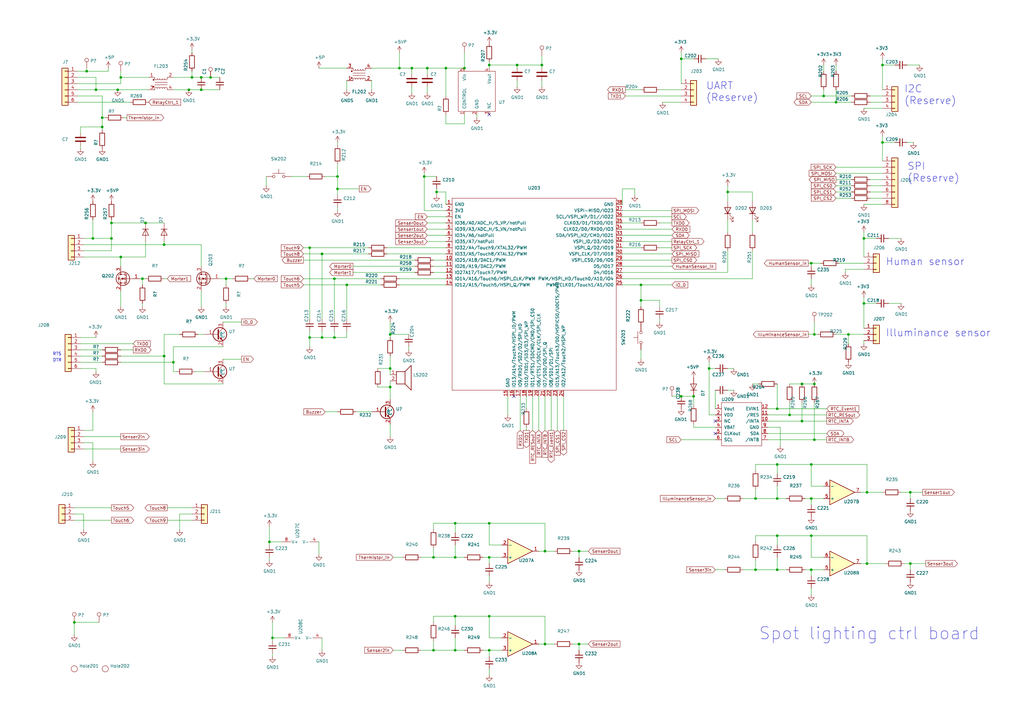
<source format=kicad_sch>
(kicad_sch (version 20211123) (generator eeschema)
  (paper "A3")
  (junction (at 309.88 204.47))
  (junction (at 45.72 91.44))
  (junction (at 190.5 27.94))
  (junction (at 41.91 48.26))
  (junction (at 49.53 105.41))
  (junction (at 186.69 266.7))
  (junction (at 110.49 222.25))
  (junction (at 318.77 204.47))
  (junction (at 182.88 27.94))
  (junction (at 132.08 138.43))
  (junction (at 175.26 27.94))
  (junction (at 49.53 31.75))
  (junction (at 200.66 228.6))
  (junction (at 179.07 78.74))
  (junction (at 355.6 231.14))
  (junction (at 309.88 233.68))
  (junction (at 355.6 201.93))
  (junction (at 332.74 204.47))
  (junction (at 160.02 137.16))
  (junction (at 186.69 228.6))
  (junction (at 35.56 29.21))
  (junction (at 354.33 97.79))
  (junction (at 347.98 137.16))
  (junction (at 127 101.6))
  (junction (at 318.77 233.68))
  (junction (at 38.1 97.79))
  (junction (at 82.55 31.75))
  (junction (at 82.55 36.83))
  (junction (at 361.95 58.42))
  (junction (at 223.52 226.06))
  (junction (at 186.69 252.73))
  (junction (at 361.95 26.67))
  (junction (at 168.91 27.94))
  (junction (at 290.83 151.13))
  (junction (at 334.01 137.16))
  (junction (at 177.8 228.6))
  (junction (at 48.26 36.83))
  (junction (at 41.91 52.07))
  (junction (at 373.38 231.14))
  (junction (at 142.24 116.84))
  (junction (at 237.49 264.16))
  (junction (at 332.74 233.68))
  (junction (at 337.82 39.37))
  (junction (at 58.42 114.3))
  (junction (at 77.47 36.83))
  (junction (at 160.02 158.75))
  (junction (at 279.4 162.56))
  (junction (at 86.36 31.75))
  (junction (at 173.99 72.39))
  (junction (at 67.31 146.05))
  (junction (at 328.93 172.72))
  (junction (at 127 138.43))
  (junction (at 373.38 201.93))
  (junction (at 59.69 91.44))
  (junction (at 177.8 266.7))
  (junction (at 354.33 124.46))
  (junction (at 30.48 255.27))
  (junction (at 318.77 190.5))
  (junction (at 334.01 180.34))
  (junction (at 318.77 167.64))
  (junction (at 262.89 123.19))
  (junction (at 279.4 24.13))
  (junction (at 137.16 138.43))
  (junction (at 39.37 36.83))
  (junction (at 200.66 26.67))
  (junction (at 334.01 157.48))
  (junction (at 200.66 266.7))
  (junction (at 78.74 31.75))
  (junction (at 160.02 151.13))
  (junction (at 342.9 41.91))
  (junction (at 132.08 104.14))
  (junction (at 328.93 157.48))
  (junction (at 332.74 107.95))
  (junction (at 237.49 226.06))
  (junction (at 137.16 114.3))
  (junction (at 318.77 219.71))
  (junction (at 138.43 77.47))
  (junction (at 284.48 162.56))
  (junction (at 186.69 214.63))
  (junction (at 200.66 214.63))
  (junction (at 138.43 72.39))
  (junction (at 332.74 219.71))
  (junction (at 45.72 97.79))
  (junction (at 111.76 261.62))
  (junction (at 67.31 100.33))
  (junction (at 200.66 252.73))
  (junction (at 323.85 170.18))
  (junction (at 223.52 264.16))
  (junction (at 262.89 116.84))
  (junction (at 212.09 26.67))
  (junction (at 222.25 26.67))
  (junction (at 332.74 190.5))
  (junction (at 298.45 78.74))
  (junction (at 163.83 27.94))
  (junction (at 92.71 114.3))
  (junction (at 71.12 148.59))
  (no_connect (at 293.37 177.8))
  (no_connect (at 210.82 162.56))
  (no_connect (at 293.37 172.72))
  (no_connect (at 200.66 46.99))
  (wire (pts (xy 73.66 210.82) (xy 73.66 217.17)))
  (wire (pts (xy 92.71 116.84) (xy 92.71 114.3)))
  (wire (pts (xy 334.01 180.34) (xy 339.09 180.34)))
  (wire (pts (xy 361.95 26.67) (xy 361.95 36.83)))
  (wire (pts (xy 373.38 204.47) (xy 373.38 201.93)))
  (wire (pts (xy 337.82 199.39) (xy 332.74 199.39)))
  (wire (pts (xy 361.95 55.88) (xy 361.95 58.42)))
  (wire (pts (xy 200.66 269.24) (xy 200.66 266.7)))
  (wire (pts (xy 373.38 201.93) (xy 378.46 201.93)))
  (wire (pts (xy 222.25 22.86) (xy 222.25 26.67)))
  (wire (pts (xy 334.01 137.16) (xy 335.28 137.16)))
  (wire (pts (xy 137.16 130.81) (xy 137.16 114.3)))
  (wire (pts (xy 41.91 39.37) (xy 41.91 48.26)))
  (wire (pts (xy 82.55 31.75) (xy 78.74 31.75)))
  (wire (pts (xy 347.98 137.16) (xy 354.33 137.16)))
  (wire (pts (xy 200.66 252.73) (xy 223.52 252.73)))
  (wire (pts (xy 151.13 101.6) (xy 127 101.6)))
  (wire (pts (xy 167.64 143.51) (xy 167.64 142.24)))
  (wire (pts (xy 228.6 176.53) (xy 228.6 162.56)))
  (wire (pts (xy 332.74 116.84) (xy 332.74 114.3)))
  (wire (pts (xy 168.91 27.94) (xy 175.26 27.94)))
  (wire (pts (xy 82.55 36.83) (xy 90.17 36.83)))
  (wire (pts (xy 234.95 264.16) (xy 237.49 264.16)))
  (wire (pts (xy 58.42 114.3) (xy 57.15 114.3)))
  (wire (pts (xy 332.74 109.22) (xy 332.74 107.95)))
  (wire (pts (xy 255.27 91.44) (xy 262.89 91.44)))
  (wire (pts (xy 271.78 41.91) (xy 279.4 41.91)))
  (wire (pts (xy 110.49 223.52) (xy 110.49 222.25)))
  (wire (pts (xy 200.66 261.62) (xy 200.66 252.73)))
  (wire (pts (xy 220.98 162.56) (xy 220.98 176.53)))
  (wire (pts (xy 200.66 276.86) (xy 200.66 274.32)))
  (wire (pts (xy 44.45 27.94) (xy 44.45 29.21)))
  (wire (pts (xy 132.08 130.81) (xy 132.08 104.14)))
  (wire (pts (xy 318.77 233.68) (xy 322.58 233.68)))
  (wire (pts (xy 49.53 105.41) (xy 49.53 109.22)))
  (wire (pts (xy 127 138.43) (xy 127 142.24)))
  (wire (pts (xy 275.59 106.68) (xy 255.27 106.68)))
  (wire (pts (xy 309.88 219.71) (xy 318.77 219.71)))
  (wire (pts (xy 275.59 109.22) (xy 255.27 109.22)))
  (wire (pts (xy 119.38 72.39) (xy 125.73 72.39)))
  (wire (pts (xy 41.91 52.07) (xy 41.91 53.34)))
  (wire (pts (xy 182.88 101.6) (xy 158.75 101.6)))
  (wire (pts (xy 49.53 146.05) (xy 67.31 146.05)))
  (wire (pts (xy 33.02 151.13) (xy 39.37 151.13)))
  (wire (pts (xy 132.08 266.7) (xy 132.08 261.62)))
  (wire (pts (xy 78.74 29.21) (xy 78.74 31.75)))
  (wire (pts (xy 182.88 78.74) (xy 179.07 78.74)))
  (wire (pts (xy 222.25 35.56) (xy 222.25 33.02)))
  (wire (pts (xy 332.74 219.71) (xy 355.6 219.71)))
  (wire (pts (xy 31.75 41.91) (xy 53.34 41.91)))
  (wire (pts (xy 44.45 29.21) (xy 35.56 29.21)))
  (wire (pts (xy 172.72 228.6) (xy 177.8 228.6)))
  (wire (pts (xy 146.05 168.91) (xy 152.4 168.91)))
  (wire (pts (xy 284.48 24.13) (xy 279.4 24.13)))
  (wire (pts (xy 369.57 124.46) (xy 364.49 124.46)))
  (wire (pts (xy 163.83 21.59) (xy 163.83 27.94)))
  (wire (pts (xy 138.43 72.39) (xy 138.43 77.47)))
  (wire (pts (xy 293.37 180.34) (xy 279.4 180.34)))
  (wire (pts (xy 262.89 101.6) (xy 255.27 101.6)))
  (wire (pts (xy 177.8 109.22) (xy 182.88 109.22)))
  (wire (pts (xy 361.95 39.37) (xy 356.87 39.37)))
  (wire (pts (xy 318.77 194.31) (xy 318.77 190.5)))
  (wire (pts (xy 49.53 125.73) (xy 49.53 119.38)))
  (wire (pts (xy 137.16 135.89) (xy 137.16 138.43)))
  (wire (pts (xy 332.74 204.47) (xy 337.82 204.47)))
  (wire (pts (xy 309.88 233.68) (xy 318.77 233.68)))
  (wire (pts (xy 293.37 160.02) (xy 293.37 167.64)))
  (wire (pts (xy 30.48 210.82) (xy 34.29 210.82)))
  (wire (pts (xy 347.98 140.97) (xy 347.98 137.16)))
  (wire (pts (xy 45.72 90.17) (xy 45.72 91.44)))
  (wire (pts (xy 331.47 137.16) (xy 334.01 137.16)))
  (wire (pts (xy 168.91 38.1) (xy 168.91 35.56)))
  (wire (pts (xy 318.77 228.6) (xy 318.77 233.68)))
  (wire (pts (xy 124.46 114.3) (xy 137.16 114.3)))
  (wire (pts (xy 186.69 218.44) (xy 186.69 214.63)))
  (wire (pts (xy 354.33 83.82) (xy 361.95 83.82)))
  (wire (pts (xy 111.76 255.27) (xy 111.76 261.62)))
  (wire (pts (xy 222.25 27.94) (xy 222.25 26.67)))
  (wire (pts (xy 160.02 132.08) (xy 160.02 137.16)))
  (wire (pts (xy 77.47 36.83) (xy 71.12 36.83)))
  (wire (pts (xy 110.49 215.9) (xy 110.49 222.25)))
  (wire (pts (xy 33.02 146.05) (xy 41.91 146.05)))
  (wire (pts (xy 59.69 91.44) (xy 45.72 91.44)))
  (wire (pts (xy 67.31 146.05) (xy 67.31 137.16)))
  (wire (pts (xy 354.33 97.79) (xy 354.33 105.41)))
  (wire (pts (xy 300.99 160.02) (xy 298.45 160.02)))
  (wire (pts (xy 175.26 27.94) (xy 182.88 27.94)))
  (wire (pts (xy 231.14 162.56) (xy 231.14 176.53)))
  (wire (pts (xy 328.93 157.48) (xy 323.85 157.48)))
  (wire (pts (xy 160.02 137.16) (xy 160.02 138.43)))
  (wire (pts (xy 67.31 91.44) (xy 59.69 91.44)))
  (wire (pts (xy 337.82 228.6) (xy 332.74 228.6)))
  (wire (pts (xy 59.69 105.41) (xy 49.53 105.41)))
  (wire (pts (xy 99.06 147.32) (xy 91.44 147.32)))
  (wire (pts (xy 34.29 181.61) (xy 38.1 181.61)))
  (wire (pts (xy 34.29 210.82) (xy 34.29 217.17)))
  (wire (pts (xy 275.59 99.06) (xy 255.27 99.06)))
  (wire (pts (xy 262.89 147.32) (xy 262.89 143.51)))
  (wire (pts (xy 359.41 124.46) (xy 354.33 124.46)))
  (wire (pts (xy 132.08 138.43) (xy 137.16 138.43)))
  (wire (pts (xy 205.74 261.62) (xy 200.66 261.62)))
  (wire (pts (xy 190.5 21.59) (xy 190.5 27.94)))
  (wire (pts (xy 45.72 213.36) (xy 30.48 213.36)))
  (wire (pts (xy 270.51 132.08) (xy 270.51 130.81)))
  (wire (pts (xy 163.83 114.3) (xy 182.88 114.3)))
  (wire (pts (xy 304.8 233.68) (xy 309.88 233.68)))
  (wire (pts (xy 95.25 114.3) (xy 92.71 114.3)))
  (wire (pts (xy 377.19 26.67) (xy 372.11 26.67)))
  (wire (pts (xy 175.26 88.9) (xy 182.88 88.9)))
  (wire (pts (xy 314.96 172.72) (xy 328.93 172.72)))
  (wire (pts (xy 354.33 139.7) (xy 354.33 140.97)))
  (wire (pts (xy 154.94 158.75) (xy 160.02 158.75)))
  (wire (pts (xy 78.74 213.36) (xy 68.58 213.36)))
  (wire (pts (xy 138.43 77.47) (xy 147.32 77.47)))
  (wire (pts (xy 308.61 114.3) (xy 308.61 102.87)))
  (wire (pts (xy 318.77 223.52) (xy 318.77 219.71)))
  (wire (pts (xy 208.28 170.18) (xy 208.28 162.56)))
  (wire (pts (xy 354.33 44.45) (xy 361.95 44.45)))
  (wire (pts (xy 160.02 158.75) (xy 160.02 163.83)))
  (wire (pts (xy 354.33 124.46) (xy 354.33 134.62)))
  (wire (pts (xy 138.43 86.36) (xy 138.43 85.09)))
  (wire (pts (xy 110.49 229.87) (xy 110.49 228.6)))
  (wire (pts (xy 154.94 151.13) (xy 160.02 151.13)))
  (wire (pts (xy 270.51 123.19) (xy 262.89 123.19)))
  (wire (pts (xy 182.88 83.82) (xy 182.88 78.74)))
  (wire (pts (xy 160.02 179.07) (xy 160.02 173.99)))
  (wire (pts (xy 361.95 76.2) (xy 356.87 76.2)))
  (wire (pts (xy 337.82 36.83) (xy 337.82 39.37)))
  (wire (pts (xy 337.82 29.21) (xy 337.82 26.67)))
  (wire (pts (xy 160.02 153.67) (xy 160.02 151.13)))
  (wire (pts (xy 342.9 36.83) (xy 342.9 41.91)))
  (wire (pts (xy 186.69 261.62) (xy 186.69 266.7)))
  (wire (pts (xy 262.89 116.84) (xy 275.59 116.84)))
  (wire (pts (xy 262.89 123.19) (xy 262.89 125.73)))
  (wire (pts (xy 361.95 73.66) (xy 356.87 73.66)))
  (wire (pts (xy 218.44 162.56) (xy 218.44 176.53)))
  (wire (pts (xy 330.2 204.47) (xy 332.74 204.47)))
  (wire (pts (xy 39.37 36.83) (xy 48.26 36.83)))
  (wire (pts (xy 124.46 106.68) (xy 170.18 106.68)))
  (wire (pts (xy 83.82 152.4) (xy 80.01 152.4)))
  (wire (pts (xy 308.61 78.74) (xy 298.45 78.74)))
  (wire (pts (xy 34.29 100.33) (xy 67.31 100.33)))
  (wire (pts (xy 67.31 137.16) (xy 73.66 137.16)))
  (wire (pts (xy 298.45 102.87) (xy 298.45 111.76)))
  (wire (pts (xy 332.74 236.22) (xy 332.74 233.68)))
  (wire (pts (xy 297.18 233.68) (xy 293.37 233.68)))
  (wire (pts (xy 309.88 193.04) (xy 309.88 190.5)))
  (wire (pts (xy 320.04 175.26) (xy 320.04 182.88)))
  (wire (pts (xy 177.8 228.6) (xy 186.69 228.6)))
  (wire (pts (xy 71.12 152.4) (xy 72.39 152.4)))
  (wire (pts (xy 369.57 201.93) (xy 373.38 201.93)))
  (wire (pts (xy 41.91 48.26) (xy 43.18 48.26)))
  (wire (pts (xy 175.26 91.44) (xy 182.88 91.44)))
  (wire (pts (xy 318.77 219.71) (xy 332.74 219.71)))
  (wire (pts (xy 168.91 27.94) (xy 163.83 27.94)))
  (wire (pts (xy 308.61 157.48) (xy 311.15 157.48)))
  (wire (pts (xy 318.77 190.5) (xy 332.74 190.5)))
  (wire (pts (xy 177.8 262.89) (xy 177.8 266.7)))
  (wire (pts (xy 355.6 231.14) (xy 363.22 231.14)))
  (wire (pts (xy 142.24 116.84) (xy 156.21 116.84)))
  (wire (pts (xy 39.37 151.13) (xy 39.37 152.4)))
  (wire (pts (xy 182.88 46.99) (xy 182.88 50.8)))
  (wire (pts (xy 130.81 227.33) (xy 130.81 222.25)))
  (wire (pts (xy 314.96 167.64) (xy 318.77 167.64)))
  (wire (pts (xy 262.89 36.83) (xy 256.54 36.83)))
  (wire (pts (xy 270.51 91.44) (xy 275.59 91.44)))
  (wire (pts (xy 275.59 101.6) (xy 270.51 101.6)))
  (wire (pts (xy 91.44 157.48) (xy 67.31 157.48)))
  (wire (pts (xy 342.9 41.91) (xy 332.74 41.91)))
  (wire (pts (xy 33.02 54.61) (xy 33.02 52.07)))
  (wire (pts (xy 355.6 219.71) (xy 355.6 231.14)))
  (wire (pts (xy 328.93 172.72) (xy 339.09 172.72)))
  (wire (pts (xy 318.77 167.64) (xy 339.09 167.64)))
  (wire (pts (xy 223.52 252.73) (xy 223.52 264.16)))
  (wire (pts (xy 198.12 266.7) (xy 200.66 266.7)))
  (wire (pts (xy 223.52 214.63) (xy 223.52 226.06)))
  (wire (pts (xy 200.66 26.67) (xy 200.66 25.4)))
  (wire (pts (xy 111.76 261.62) (xy 116.84 261.62)))
  (wire (pts (xy 144.78 111.76) (xy 170.18 111.76)))
  (wire (pts (xy 361.95 78.74) (xy 356.87 78.74)))
  (wire (pts (xy 68.58 208.28) (xy 78.74 208.28)))
  (wire (pts (xy 374.65 58.42) (xy 372.11 58.42)))
  (wire (pts (xy 33.02 52.07) (xy 41.91 52.07)))
  (wire (pts (xy 355.6 190.5) (xy 355.6 201.93)))
  (wire (pts (xy 91.44 132.08) (xy 99.06 132.08)))
  (wire (pts (xy 67.31 157.48) (xy 67.31 146.05)))
  (wire (pts (xy 33.02 60.96) (xy 33.02 59.69)))
  (wire (pts (xy 175.26 93.98) (xy 182.88 93.98)))
  (wire (pts (xy 298.45 78.74) (xy 298.45 82.55)))
  (wire (pts (xy 354.33 110.49) (xy 346.71 110.49)))
  (wire (pts (xy 40.64 255.27) (xy 30.48 255.27)))
  (wire (pts (xy 160.02 151.13) (xy 160.02 146.05)))
  (wire (pts (xy 323.85 165.1) (xy 323.85 170.18)))
  (wire (pts (xy 38.1 97.79) (xy 34.29 97.79)))
  (wire (pts (xy 255.27 93.98) (xy 275.59 93.98)))
  (wire (pts (xy 298.45 76.2) (xy 298.45 78.74)))
  (wire (pts (xy 90.17 31.75) (xy 86.36 31.75)))
  (wire (pts (xy 255.27 77.47) (xy 260.35 77.47)))
  (wire (pts (xy 31.75 34.29) (xy 49.53 34.29)))
  (wire (pts (xy 49.53 179.07) (xy 34.29 179.07)))
  (wire (pts (xy 237.49 228.6) (xy 237.49 226.06)))
  (wire (pts (xy 186.69 214.63) (xy 200.66 214.63)))
  (wire (pts (xy 45.72 102.87) (xy 45.72 97.79)))
  (wire (pts (xy 127 135.89) (xy 127 138.43)))
  (wire (pts (xy 318.77 204.47) (xy 322.58 204.47)))
  (wire (pts (xy 354.33 107.95) (xy 344.17 107.95)))
  (wire (pts (xy 137.16 138.43) (xy 142.24 138.43)))
  (wire (pts (xy 82.55 100.33) (xy 82.55 109.22)))
  (wire (pts (xy 237.49 226.06) (xy 241.3 226.06)))
  (wire (pts (xy 361.95 81.28) (xy 356.87 81.28)))
  (wire (pts (xy 78.74 21.59) (xy 78.74 20.32)))
  (wire (pts (xy 77.47 36.83) (xy 82.55 36.83)))
  (wire (pts (xy 31.75 39.37) (xy 41.91 39.37)))
  (wire (pts (xy 367.03 58.42) (xy 361.95 58.42)))
  (wire (pts (xy 71.12 148.59) (xy 71.12 152.4)))
  (wire (pts (xy 212.09 35.56) (xy 212.09 33.02)))
  (wire (pts (xy 200.66 228.6) (xy 205.74 228.6)))
  (wire (pts (xy 349.25 39.37) (xy 337.82 39.37)))
  (wire (pts (xy 50.8 48.26) (xy 52.07 48.26)))
  (wire (pts (xy 195.58 46.99) (xy 195.58 48.26)))
  (wire (pts (xy 38.1 181.61) (xy 38.1 189.23)))
  (wire (pts (xy 226.06 176.53) (xy 226.06 162.56)))
  (wire (pts (xy 111.76 262.89) (xy 111.76 261.62)))
  (wire (pts (xy 49.53 31.75) (xy 49.53 34.29)))
  (wire (pts (xy 339.09 177.8) (xy 314.96 177.8)))
  (wire (pts (xy 92.71 125.73) (xy 92.71 124.46)))
  (wire (pts (xy 334.01 132.08) (xy 334.01 137.16)))
  (wire (pts (xy 186.69 266.7) (xy 190.5 266.7)))
  (wire (pts (xy 38.1 176.53) (xy 38.1 168.91)))
  (wire (pts (xy 177.8 252.73) (xy 186.69 252.73)))
  (wire (pts (xy 34.29 176.53) (xy 38.1 176.53)))
  (wire (pts (xy 177.8 217.17) (xy 177.8 214.63)))
  (wire (pts (xy 71.12 142.24) (xy 71.12 148.59)))
  (wire (pts (xy 186.69 256.54) (xy 186.69 252.73)))
  (wire (pts (xy 361.95 41.91) (xy 356.87 41.91)))
  (wire (pts (xy 173.99 72.39) (xy 173.99 86.36)))
  (wire (pts (xy 33.02 138.43) (xy 39.37 138.43)))
  (wire (pts (xy 212.09 26.67) (xy 222.25 26.67)))
  (wire (pts (xy 200.66 238.76) (xy 200.66 236.22)))
  (wire (pts (xy 190.5 27.94) (xy 182.88 27.94)))
  (wire (pts (xy 309.88 200.66) (xy 309.88 204.47)))
  (wire (pts (xy 82.55 125.73) (xy 82.55 119.38)))
  (wire (pts (xy 177.8 266.7) (xy 186.69 266.7)))
  (wire (pts (xy 213.36 176.53) (xy 213.36 162.56)))
  (wire (pts (xy 223.52 264.16) (xy 220.98 264.16)))
  (wire (pts (xy 355.6 201.93) (xy 361.95 201.93)))
  (wire (pts (xy 330.2 233.68) (xy 332.74 233.68)))
  (wire (pts (xy 175.26 30.48) (xy 175.26 27.94)))
  (wire (pts (xy 279.4 21.59) (xy 279.4 24.13)))
  (wire (pts (xy 255.27 116.84) (xy 262.89 116.84)))
  (wire (pts (xy 284.48 162.56) (xy 284.48 166.37)))
  (wire (pts (xy 167.64 137.16) (xy 160.02 137.16)))
  (wire (pts (xy 262.89 116.84) (xy 262.89 123.19)))
  (wire (pts (xy 337.82 39.37) (xy 332.74 39.37)))
  (wire (pts (xy 309.88 190.5) (xy 318.77 190.5)))
  (wire (pts (xy 132.08 104.14) (xy 124.46 104.14)))
  (wire (pts (xy 33.02 143.51) (xy 41.91 143.51)))
  (wire (pts (xy 223.52 226.06) (xy 220.98 226.06)))
  (wire (pts (xy 160.02 156.21) (xy 160.02 158.75)))
  (wire (pts (xy 132.08 104.14) (xy 151.13 104.14)))
  (wire (pts (xy 308.61 82.55) (xy 308.61 78.74)))
  (wire (pts (xy 41.91 48.26) (xy 41.91 52.07)))
  (wire (pts (xy 284.48 175.26) (xy 293.37 175.26)))
  (wire (pts (xy 309.88 222.25) (xy 309.88 219.71)))
  (wire (pts (xy 215.9 162.56) (xy 215.9 167.64)))
  (wire (pts (xy 279.4 24.13) (xy 279.4 34.29)))
  (wire (pts (xy 179.07 77.47) (xy 179.07 78.74)))
  (wire (pts (xy 275.59 96.52) (xy 255.27 96.52)))
  (wire (pts (xy 49.53 143.51) (xy 54.61 143.51)))
  (wire (pts (xy 152.4 36.83) (xy 152.4 33.02)))
  (wire (pts (xy 275.59 86.36) (xy 255.27 86.36)))
  (wire (pts (xy 355.6 231.14) (xy 353.06 231.14)))
  (wire (pts (xy 144.78 109.22) (xy 170.18 109.22)))
  (wire (pts (xy 284.48 173.99) (xy 284.48 175.26)))
  (wire (pts (xy 182.88 50.8) (xy 190.5 50.8)))
  (wire (pts (xy 290.83 148.59) (xy 290.83 151.13)))
  (wire (pts (xy 45.72 91.44) (xy 45.72 97.79)))
  (wire (pts (xy 177.8 106.68) (xy 182.88 106.68)))
  (wire (pts (xy 212.09 27.94) (xy 212.09 26.67)))
  (wire (pts (xy 168.91 30.48) (xy 168.91 27.94)))
  (wire (pts (xy 137.16 114.3) (xy 156.21 114.3)))
  (wire (pts (xy 279.4 36.83) (xy 270.51 36.83)))
  (wire (pts (xy 370.84 231.14) (xy 373.38 231.14)))
  (wire (pts (xy 275.59 104.14) (xy 255.27 104.14)))
  (wire (pts (xy 309.88 204.47) (xy 318.77 204.47)))
  (wire (pts (xy 332.74 190.5) (xy 355.6 190.5)))
  (wire (pts (xy 142.24 36.83) (xy 142.24 33.02)))
  (wire (pts (xy 177.8 224.79) (xy 177.8 228.6)))
  (wire (pts (xy 34.29 105.41) (xy 49.53 105.41)))
  (wire (pts (xy 175.26 99.06) (xy 182.88 99.06)))
  (wire (pts (xy 179.07 80.01) (xy 179.07 78.74)))
  (wire (pts (xy 255.27 114.3) (xy 308.61 114.3)))
  (wire (pts (xy 369.57 97.79) (xy 364.49 97.79)))
  (wire (pts (xy 359.41 97.79) (xy 354.33 97.79)))
  (wire (pts (xy 78.74 31.75) (xy 71.12 31.75)))
  (wire (pts (xy 68.58 114.3) (xy 67.31 114.3)))
  (wire (pts (xy 190.5 50.8) (xy 190.5 46.99)))
  (wire (pts (xy 49.53 29.21) (xy 49.53 31.75)))
  (wire (pts (xy 163.83 27.94) (xy 152.4 27.94)))
  (wire (pts (xy 349.25 41.91) (xy 342.9 41.91)))
  (wire (pts (xy 346.71 110.49) (xy 346.71 111.76)))
  (wire (pts (xy 30.48 208.28) (xy 45.72 208.28)))
  (wire (pts (xy 200.66 214.63) (xy 223.52 214.63)))
  (wire (pts (xy 260.35 77.47) (xy 260.35 80.01)))
  (wire (pts (xy 290.83 170.18) (xy 293.37 170.18)))
  (wire (pts (xy 49.53 148.59) (xy 71.12 148.59)))
  (wire (pts (xy 35.56 27.94) (xy 35.56 29.21)))
  (wire (pts (xy 309.88 229.87) (xy 309.88 233.68)))
  (wire (pts (xy 279.4 162.56) (xy 284.48 162.56)))
  (wire (pts (xy 223.52 226.06) (xy 227.33 226.06)))
  (wire (pts (xy 83.82 137.16) (xy 81.28 137.16)))
  (wire (pts (xy 109.22 72.39) (xy 109.22 76.2)))
  (wire (pts (xy 110.49 222.25) (xy 115.57 222.25)))
  (wire (pts (xy 294.64 24.13) (xy 289.56 24.13)))
  (wire (pts (xy 334.01 157.48) (xy 328.93 157.48)))
  (wire (pts (xy 34.29 102.87) (xy 45.72 102.87)))
  (wire (pts (xy 332.74 243.84) (xy 332.74 241.3)))
  (wire (pts (xy 124.46 116.84) (xy 142.24 116.84)))
  (wire (pts (xy 332.74 107.95) (xy 331.47 107.95)))
  (wire (pts (xy 270.51 125.73) (xy 270.51 123.19)))
  (wire (pts (xy 48.26 36.83) (xy 60.96 36.83)))
  (wire (pts (xy 133.35 72.39) (xy 138.43 72.39)))
  (wire (pts (xy 332.74 199.39) (xy 332.74 190.5)))
  (wire (pts (xy 102.87 114.3) (xy 104.14 114.3)))
  (wire (pts (xy 332.74 207.01) (xy 332.74 204.47)))
  (wire (pts (xy 237.49 264.16) (xy 241.3 264.16)))
  (wire (pts (xy 349.25 73.66) (xy 342.9 73.66)))
  (wire (pts (xy 132.08 135.89) (xy 132.08 138.43)))
  (wire (pts (xy 138.43 67.31) (xy 138.43 72.39)))
  (wire (pts (xy 78.74 210.82) (xy 73.66 210.82)))
  (wire (pts (xy 373.38 231.14) (xy 379.73 231.14)))
  (wire (pts (xy 300.99 151.13) (xy 298.45 151.13)))
  (wire (pts (xy 67.31 99.06) (xy 67.31 100.33)))
  (wire (pts (xy 31.75 36.83) (xy 39.37 36.83)))
  (wire (pts (xy 86.36 31.75) (xy 82.55 31.75)))
  (wire (pts (xy 336.55 107.95) (xy 332.74 107.95)))
  (wire (pts (xy 186.69 223.52) (xy 186.69 228.6)))
  (wire (pts (xy 33.02 148.59) (xy 41.91 148.59)))
  (wire (pts (xy 342.9 137.16) (xy 347.98 137.16)))
  (wire (pts (xy 342.9 81.28) (xy 349.25 81.28)))
  (wire (pts (xy 59.69 114.3) (xy 58.42 114.3)))
  (wire (pts (xy 314.96 180.34) (xy 334.01 180.34)))
  (wire (pts (xy 142.24 138.43) (xy 142.24 135.89)))
  (wire (pts (xy 130.81 27.94) (xy 142.24 27.94)))
  (wire (pts (xy 30.48 260.35) (xy 30.48 255.27)))
  (wire (pts (xy 234.95 226.06) (xy 237.49 226.06)))
  (wire (pts (xy 177.8 214.63) (xy 186.69 214.63)))
  (wire (pts (xy 255.27 88.9) (xy 275.59 88.9)))
  (wire (pts (xy 332.74 233.68) (xy 337.82 233.68)))
  (wire (pts (xy 177.8 111.76) (xy 182.88 111.76)))
  (wire (pts (xy 200.66 231.14) (xy 200.66 228.6)))
  (wire (pts (xy 304.8 204.47) (xy 309.88 204.47)))
  (wire (pts (xy 38.1 97.79) (xy 45.72 97.79)))
  (wire (pts (xy 334.01 165.1) (xy 334.01 180.34)))
  (wire (pts (xy 38.1 90.17) (xy 38.1 97.79)))
  (wire (pts (xy 298.45 95.25) (xy 298.45 90.17)))
  (wire (pts (xy 127 138.43) (xy 132.08 138.43)))
  (wire (pts (xy 138.43 77.47) (xy 138.43 80.01)))
  (wire (pts (xy 342.9 26.67) (xy 342.9 29.21)))
  (wire (pts (xy 34.29 184.15) (xy 49.53 184.15)))
  (wire (pts (xy 198.12 228.6) (xy 200.66 228.6)))
  (wire (pts (xy 186.69 228.6) (xy 190.5 228.6)))
  (wire (pts (xy 342.9 68.58) (xy 361.95 68.58)))
  (wire (pts (xy 133.35 168.91) (xy 138.43 168.91)))
  (wire (pts (xy 186.69 252.73) (xy 200.66 252.73)))
  (wire (pts (xy 290.83 151.13) (xy 290.83 170.18)))
  (wire (pts (xy 320.04 175.26) (xy 314.96 175.26)))
  (wire (pts (xy 237.49 266.7) (xy 237.49 264.16)))
  (wire (pts (xy 361.95 71.12) (xy 342.9 71.12)))
  (wire (pts (xy 205.74 223.52) (xy 200.66 223.52)))
  (wire (pts (xy 361.95 24.13) (xy 361.95 26.67)))
  (wire (pts (xy 349.25 76.2) (xy 342.9 76.2)))
  (wire (pts (xy 328.93 165.1) (xy 328.93 172.72)))
  (wire (pts (xy 318.77 199.39) (xy 318.77 204.47)))
  (wire (pts (xy 200.66 266.7) (xy 205.74 266.7)))
  (wire (pts (xy 279.4 39.37) (xy 256.54 39.37)))
  (wire (pts (xy 58.42 125.73) (xy 58.42 124.46)))
  (wire (pts (xy 367.03 26.67) (xy 361.95 26.67)))
  (wire (pts (xy 200.66 223.52) (xy 200.66 214.63)))
  (wire (pts (xy 111.76 269.24) (xy 111.76 267.97)))
  (wire (pts (xy 58.42 116.84) (xy 58.42 114.3)))
  (wire (pts (xy 142.24 130.81) (xy 142.24 116.84)))
  (wire (pts (xy 373.38 233.68) (xy 373.38 231.14)))
  (wire (pts (xy 200.66 26.67) (xy 212.09 26.67)))
  (wire (pts (xy 138.43 58.42) (xy 138.43 59.69)))
  (wire (pts (xy 275.59 162.56) (xy 279.4 162.56)))
  (wire (pts (xy 332.74 228.6) (xy 332.74 219.71)))
  (wire (pts (xy 177.8 255.27) (xy 177.8 252.73)))
  (wire (pts (xy 67.31 100.33) (xy 82.55 100.33)))
  (wire (pts (xy 179.07 72.39) (xy 173.99 72.39)))
  (wire (pts (xy 175.26 96.52) (xy 182.88 96.52)))
  (wire (pts (xy 293.37 204.47) (xy 297.18 204.47)))
  (wire (pts (xy 59.69 99.06) (xy 59.69 105.41)))
  (wire (pts (xy 354.33 95.25) (xy 354.33 97.79)))
  (wire (pts (xy 342.9 78.74) (xy 349.25 78.74)))
  (wire (pts (xy 173.99 86.36) (xy 182.88 86.36)))
  (wire (pts (xy 361.95 58.42) (xy 361.95 66.04)))
  (wire (pts (xy 163.83 116.84) (xy 182.88 116.84)))
  (wire (pts (xy 158.75 104.14) (xy 182.88 104.14)))
  (wire (pts (xy 323.85 170.18) (xy 339.09 170.18)))
  (wire (pts (xy 355.6 201.93) (xy 353.06 201.93)))
  (wire (pts (xy 308.61 95.25) (xy 308.61 90.17)))
  (wire (pts (xy 323.85 170.18) (xy 314.96 170.18)))
  (wire (pts (xy 354.33 121.92) (xy 354.33 124.46)))
  (wire (pts (xy 175.26 35.56) (xy 175.26 38.1)))
  (wire (pts (xy 298.45 111.76) (xy 255.27 111.76)))
  (wire (pts (xy 173.99 71.12) (xy 173.99 72.39)))
  (wire (pts (xy 33.02 140.97) (xy 54.61 140.97)))
  (wire (pts (xy 35.56 29.21) (xy 31.75 29.21)))
  (wire (pts (xy 39.37 31.75) (xy 39.37 36.83)))
  (wire (pts (xy 293.37 151.13) (xy 290.83 151.13)))
  (wire (pts (xy 200.66 27.94) (xy 200.66 26.67)))
  (wire (pts (xy 92.71 114.3) (xy 90.17 114.3)))
  (wire (pts (xy 161.29 266.7) (xy 165.1 266.7)))
  (wire (pts (xy 223.52 264.16) (xy 227.33 264.16)))
  (wire (pts (xy 91.44 142.24) (xy 71.12 142.24)))
  (wire (pts (xy 255.27 83.82) (xy 255.27 77.47)))
  (wire (pts (xy 127 130.81) (xy 127 101.6)))
  (wire (pts (xy 172.72 266.7) (xy 177.8 266.7)))
  (wire (pts (xy 215.9 175.26) (xy 215.9 176.53)))
  (wire (pts (xy 182.88 39.37) (xy 182.88 27.94)))
  (wire (pts (xy 165.1 228.6) (xy 161.29 228.6)))
  (wire (pts (xy 318.77 157.48) (xy 318.77 167.64)))
  (wire (pts (xy 49.53 31.75) (xy 60.96 31.75)))
  (wire (pts (xy 127 101.6) (xy 124.46 101.6)))
  (wire (pts (xy 223.52 176.53) (xy 223.52 162.56)))
  (wire (pts (xy 31.75 31.75) (xy 39.37 31.75)))
  (text "DTR" (at 21.59 148.59 0) (effects (font (size 1.27 1.27)) (justify left bottom)))
  (text "Spot lighting ctrl board" (at 311.15 262.89 0) (effects (font (size 5.0038 5.0038)) (justify left bottom)))
  (text "UART\n(Reserve)" (at 289.56 41.91 0) (effects (font (size 2.9972 2.9972)) (justify left bottom)))
  (text "Illuminance sensor" (at 363.22 138.43 0) (effects (font (size 2.9972 2.9972)) (justify left bottom)))
  (text "RTS" (at 21.59 146.05 0) (effects (font (size 1.27 1.27)) (justify left bottom)))
  (text "Human sensor" (at 363.22 109.22 0) (effects (font (size 2.9972 2.9972)) (justify left bottom)))
  (text "SPI\n(Reserve)" (at 372.11 74.93 0) (effects (font (size 2.9972 2.9972)) (justify left bottom)))
  (text "I2C\n(Reserve)" (at 370.84 43.18 0) (effects (font (size 2.9972 2.9972)) (justify left bottom)))
  (global_label "Senser3in" (shape input) (at 293.37 233.68 180) (property "Intersheet References" "${INTERSHEET_REFS}" (effects hide)))
  (global_label "TXD1" (shape input) (at 256.54 39.37 180) (property "Intersheet References" "${INTERSHEET_REFS}" (effects hide)))
  (global_label "Morter1" (shape output) (at 144.78 111.76 180) (property "Intersheet References" "${INTERSHEET_REFS}" (effects hide)))
  (global_label "RTC_RESout" (shape output) (at 339.09 170.18 0) (property "Intersheet References" "${INTERSHEET_REFS}" (effects hide)))
  (global_label "RXD1" (shape input) (at 213.36 176.53 270) (property "Intersheet References" "${INTERSHEET_REFS}" (effects hide)))
  (global_label "TXD0" (shape input) (at 54.61 140.97 0) (property "Intersheet References" "${INTERSHEET_REFS}" (effects hide)))
  (global_label "RXD0" (shape input) (at 275.59 93.98 0) (property "Intersheet References" "${INTERSHEET_REFS}" (effects hide)))
  (global_label "RTC_INTA" (shape input) (at 220.98 176.53 270) (property "Intersheet References" "${INTERSHEET_REFS}" (effects hide)))
  (global_label "SPI_MISO" (shape output) (at 342.9 73.66 180) (property "Intersheet References" "${INTERSHEET_REFS}" (effects hide)))
  (global_label "RTC_INTB" (shape input) (at 223.52 176.53 270) (property "Intersheet References" "${INTERSHEET_REFS}" (effects hide)))
  (global_label "Morter1" (shape input) (at 68.58 114.3 0) (property "Intersheet References" "${INTERSHEET_REFS}" (effects hide)))
  (global_label "SCL" (shape input) (at 279.4 180.34 180) (property "Intersheet References" "${INTERSHEET_REFS}" (effects hide)))
  (global_label "SPI_MOSI" (shape output) (at 275.59 86.36 0) (property "Intersheet References" "${INTERSHEET_REFS}" (effects hide)))
  (global_label "SPI_CS2" (shape input) (at 342.9 81.28 180) (property "Intersheet References" "${INTERSHEET_REFS}" (effects hide)))
  (global_label "RXD1" (shape output) (at 256.54 36.83 180) (property "Intersheet References" "${INTERSHEET_REFS}" (effects hide)))
  (global_label "Senser3out" (shape input) (at 175.26 99.06 180) (property "Intersheet References" "${INTERSHEET_REFS}" (effects hide)))
  (global_label "EN" (shape input) (at 175.26 88.9 180) (property "Intersheet References" "${INTERSHEET_REFS}" (effects hide)))
  (global_label "SPI_CS0" (shape output) (at 275.59 106.68 0) (property "Intersheet References" "${INTERSHEET_REFS}" (effects hide)))
  (global_label "SDA" (shape bidirectional) (at 339.09 177.8 0) (property "Intersheet References" "${INTERSHEET_REFS}" (effects hide)))
  (global_label "Buzzer" (shape input) (at 133.35 168.91 180) (property "Intersheet References" "${INTERSHEET_REFS}" (effects hide)))
  (global_label "RelayCtrl_1" (shape output) (at 275.59 99.06 0) (property "Intersheet References" "${INTERSHEET_REFS}" (effects hide)))
  (global_label "Touch5" (shape output) (at 45.72 208.28 0) (property "Intersheet References" "${INTERSHEET_REFS}" (effects hide)))
  (global_label "Thermistor_in" (shape output) (at 52.07 48.26 0) (property "Intersheet References" "${INTERSHEET_REFS}" (effects hide)))
  (global_label "SDA" (shape bidirectional) (at 332.74 41.91 180) (property "Intersheet References" "${INTERSHEET_REFS}" (effects hide)))
  (global_label "Touch8" (shape input) (at 124.46 104.14 180) (property "Intersheet References" "${INTERSHEET_REFS}" (effects hide)))
  (global_label "SDA" (shape bidirectional) (at 275.59 96.52 0) (property "Intersheet References" "${INTERSHEET_REFS}" (effects hide)))
  (global_label "RTC_INTB" (shape output) (at 339.09 180.34 0) (property "Intersheet References" "${INTERSHEET_REFS}" (effects hide)))
  (global_label "SPI_MISO" (shape input) (at 275.59 104.14 0) (property "Intersheet References" "${INTERSHEET_REFS}" (effects hide)))
  (global_label "Senser3in" (shape output) (at 49.53 184.15 0) (property "Intersheet References" "${INTERSHEET_REFS}" (effects hide)))
  (global_label "Buzzer" (shape output) (at 124.46 106.68 180) (property "Intersheet References" "${INTERSHEET_REFS}" (effects hide)))
  (global_label "RTC_Event1" (shape output) (at 226.06 176.53 270) (property "Intersheet References" "${INTERSHEET_REFS}" (effects hide)))
  (global_label "Senser2in" (shape output) (at 49.53 179.07 0) (property "Intersheet References" "${INTERSHEET_REFS}" (effects hide)))
  (global_label "RXD0" (shape output) (at 54.61 143.51 0) (property "Intersheet References" "${INTERSHEET_REFS}" (effects hide)))
  (global_label "IO_0" (shape input) (at 275.59 116.84 0) (property "Intersheet References" "${INTERSHEET_REFS}" (effects hide)))
  (global_label "SPI_MOSI" (shape input) (at 342.9 71.12 180) (property "Intersheet References" "${INTERSHEET_REFS}" (effects hide)))
  (global_label "Morter0" (shape output) (at 144.78 109.22 180) (property "Intersheet References" "${INTERSHEET_REFS}" (effects hide)))
  (global_label "TXD1" (shape output) (at 215.9 176.53 270) (property "Intersheet References" "${INTERSHEET_REFS}" (effects hide)))
  (global_label "Touch8" (shape output) (at 68.58 208.28 180) (property "Intersheet References" "${INTERSHEET_REFS}" (effects hide)))
  (global_label "IO_0" (shape output) (at 99.06 132.08 0) (property "Intersheet References" "${INTERSHEET_REFS}" (effects hide)))
  (global_label "RTC_RESout" (shape input) (at 218.44 176.53 270) (property "Intersheet References" "${INTERSHEET_REFS}" (effects hide)))
  (global_label "SPI_CS0" (shape input) (at 342.9 76.2 180) (property "Intersheet References" "${INTERSHEET_REFS}" (effects hide)))
  (global_label "Touch5" (shape input) (at 124.46 116.84 180) (property "Intersheet References" "${INTERSHEET_REFS}" (effects hide)))
  (global_label "EN" (shape output) (at 147.32 77.47 0) (property "Intersheet References" "${INTERSHEET_REFS}" (effects hide)))
  (global_label "Morter0" (shape input) (at 104.14 114.3 0) (property "Intersheet References" "${INTERSHEET_REFS}" (effects hide)))
  (global_label "SCL" (shape input) (at 332.74 39.37 180) (property "Intersheet References" "${INTERSHEET_REFS}" (effects hide)))
  (global_label "Senser1out" (shape input) (at 175.26 93.98 180) (property "Intersheet References" "${INTERSHEET_REFS}" (effects hide)))
  (global_label "SPI_CS1" (shape input) (at 228.6 176.53 270) (property "Intersheet References" "${INTERSHEET_REFS}" (effects hide)))
  (global_label "RelayCtrl_1" (shape input) (at 60.96 41.91 0) (property "Intersheet References" "${INTERSHEET_REFS}" (effects hide)))
  (global_label "RTC_INTA" (shape output) (at 339.09 172.72 0) (property "Intersheet References" "${INTERSHEET_REFS}" (effects hide)))
  (global_label "SPI_SCK" (shape output) (at 275.59 101.6 0) (property "Intersheet References" "${INTERSHEET_REFS}" (effects hide)))
  (global_label "Senser0out" (shape input) (at 175.26 91.44 180) (property "Intersheet References" "${INTERSHEET_REFS}" (effects hide)))
  (global_label "Touch9" (shape output) (at 68.58 213.36 180) (property "Intersheet References" "${INTERSHEET_REFS}" (effects hide)))
  (global_label "SPI_CS1" (shape input) (at 342.9 78.74 180) (property "Intersheet References" "${INTERSHEET_REFS}" (effects hide)))
  (global_label "HumanSensor_in" (shape output) (at 331.47 107.95 180) (property "Intersheet References" "${INTERSHEET_REFS}" (effects hide)))
  (global_label "EN" (shape output) (at 99.06 147.32 0) (property "Intersheet References" "${INTERSHEET_REFS}" (effects hide)))
  (global_label "Senser0out" (shape input) (at 241.3 226.06 0) (property "Intersheet References" "${INTERSHEET_REFS}" (effects hide)))
  (global_label "Senser2out" (shape input) (at 241.3 264.16 0) (property "Intersheet References" "${INTERSHEET_REFS}" (effects hide)))
  (global_label "Senser1out" (shape output) (at 378.46 201.93 0) (property "Intersheet References" "${INTERSHEET_REFS}" (effects hide)))
  (global_label "Touch9" (shape input) (at 124.46 101.6 180) (property "Intersheet References" "${INTERSHEET_REFS}" (effects hide)))
  (global_label "Senser3out" (shape output) (at 379.73 231.14 0) (property "Intersheet References" "${INTERSHEET_REFS}" (effects hide)))
  (global_label "SPI_SCK" (shape input) (at 342.9 68.58 180) (property "Intersheet References" "${INTERSHEET_REFS}" (effects hide)))
  (global_label "SCL" (shape output) (at 275.59 88.9 0) (property "Intersheet References" "${INTERSHEET_REFS}" (effects hide)))
  (global_label "RTC_Event1" (shape input) (at 339.09 167.64 0) (property "Intersheet References" "${INTERSHEET_REFS}" (effects hide)))
  (global_label "HumanSensor_in" (shape input) (at 275.59 109.22 0) (property "Intersheet References" "${INTERSHEET_REFS}" (effects hide)))
  (global_label "TXD0" (shape output) (at 275.59 91.44 0) (property "Intersheet References" "${INTERSHEET_REFS}" (effects hide)))
  (global_label "Thermistor_in" (shape input) (at 161.29 228.6 180) (property "Intersheet References" "${INTERSHEET_REFS}" (effects hide)))
  (global_label "Senser2out" (shape input) (at 175.26 96.52 180) (property "Intersheet References" "${INTERSHEET_REFS}" (effects hide)))
  (global_label "Senser2in" (shape input) (at 161.29 266.7 180) (property "Intersheet References" "${INTERSHEET_REFS}" (effects hide)))
  (global_label "Touch6" (shape input) (at 124.46 114.3 180) (property "Intersheet References" "${INTERSHEET_REFS}" (effects hide)))
  (global_label "SPI_CS2" (shape output) (at 231.14 176.53 270) (property "Intersheet References" "${INTERSHEET_REFS}" (effects hide)))
  (global_label "IlluminanceSensor_in" (shape output) (at 331.47 137.16 180) (property "Intersheet References" "${INTERSHEET_REFS}" (effects hide)))
  (global_label "Touch6" (shape output) (at 45.72 213.36 0) (property "Intersheet References" "${INTERSHEET_REFS}" (effects hide)))
  (global_label "IlluminanceSensor_in" (shape input) (at 293.37 204.47 180) (property "Intersheet References" "${INTERSHEET_REFS}" (effects hide)))
  (symbol (lib_id "Device:R") (at 138.43 63.5 180) (unit 1)
    (property "Reference" "R212" (at 140.97 63.5 90))
  )
  (symbol (lib_id "Device:C_Small") (at 138.43 82.55 0) (unit 1)
    (property "Reference" "C212" (at 140.7668 81.3816 0) (effects (justify left)))
  )
  (symbol (lib_id "power:GND1") (at 138.43 86.36 0) (unit 1)
    (property "Reference" "#PWR0235" (effects hide))
  )
  (symbol (lib_id "power:+3.3V") (at 138.43 58.42 0) (unit 1)
    (property "Reference" "#PWR0230" (effects hide))
  )
  (symbol (lib_id "power:+3.3V") (at 173.99 71.12 0) (unit 1)
    (property "Reference" "#PWR0227" (effects hide))
  )
  (symbol (lib_id "power:GND1") (at 179.07 80.01 0) (unit 1)
    (property "Reference" "#PWR0229" (effects hide))
  )
  (symbol (lib_id "Device:C_Small") (at 179.07 74.93 0) (unit 1)
    (property "Reference" "C210" (at 181.4068 73.7616 0) (effects (justify left)))
  )
  (symbol (lib_id "Switch:SW_Push") (at 114.3 72.39 0) (unit 1)
    (property "Reference" "SW202" (at 114.3 65.151 0))
  )
  (symbol (lib_id "Device:R") (at 129.54 72.39 90) (unit 1)
    (property "Reference" "R214" (at 129.54 67.1322 90))
  )
  (symbol (lib_id "Switch:SW_Push") (at 262.89 138.43 90) (unit 1)
    (property "Reference" "SW203" (at 255.651 138.43 0))
  )
  (symbol (lib_id "power:GND1") (at 109.22 76.2 0) (unit 1)
    (property "Reference" "#PWR0233" (effects hide))
  )
  (symbol (lib_id "Device:R") (at 262.89 129.54 180) (unit 1)
    (property "Reference" "R222" (at 257.6322 129.54 90))
  )
  (symbol (lib_id "Amplifier_Operational:MCP6002-xSN") (at 213.36 226.06 0) (mirror x) (unit 1)
    (property "Reference" "U207" (at 215.9 229.87 0))
    (property "Datasheet" "http://ww1.microchip.com/downloads/en/DeviceDoc/21733j.pdf" (effects hide))
  )
  (symbol (lib_id "Amplifier_Operational:MCP6002-xSN") (at 345.44 201.93 0) (mirror x) (unit 2)
    (property "Reference" "U207" (at 349.25 205.74 0))
    (property "Datasheet" "http://ww1.microchip.com/downloads/en/DeviceDoc/21733j.pdf" (effects hide))
  )
  (symbol (lib_id "Amplifier_Operational:MCP6002-xSN") (at 123.19 219.71 90) (unit 3)
    (property "Reference" "U207" (at 122.0216 220.7768 0) (effects (justify left)))
    (property "Datasheet" "http://ww1.microchip.com/downloads/en/DeviceDoc/21733j.pdf" (effects hide))
  )
  (symbol (lib_id "spot-rescue:ESP32-WROOM-32-spot") (at 204.47 110.49 0) (unit 1)
    (property "Reference" "U203" (at 219.075 77.089 0))
  )
  (symbol (lib_id "power:+3.3V") (at 39.37 138.43 0) (mirror y) (unit 1)
    (property "Reference" "#PWR0241" (effects hide))
  )
  (symbol (lib_id "power:GND1") (at 39.37 152.4 0) (mirror y) (unit 1)
    (property "Reference" "#PWR0244" (effects hide))
  )
  (symbol (lib_id "Device:R") (at 194.31 228.6 90) (unit 1)
    (property "Reference" "R241" (at 194.31 223.3422 90))
  )
  (symbol (lib_id "Device:R") (at 168.91 228.6 90) (unit 1)
    (property "Reference" "R240" (at 168.91 223.3422 90))
  )
  (symbol (lib_id "Device:C_Small") (at 186.69 220.98 0) (unit 1)
    (property "Reference" "C222" (at 189.0268 219.8116 0) (effects (justify left)))
  )
  (symbol (lib_id "Device:C_Small") (at 200.66 233.68 0) (unit 1)
    (property "Reference" "C225" (at 202.9968 232.5116 0) (effects (justify left)))
  )
  (symbol (lib_id "power:GND1") (at 200.66 238.76 0) (unit 1)
    (property "Reference" "#PWR0258" (effects hide))
  )
  (symbol (lib_id "spot-rescue:2SC2712-Y-spot") (at 91.44 139.7 0) (unit 1)
    (property "Reference" "U?" (at 93.7768 135.9916 0) (effects (justify left)))
  )
  (symbol (lib_id "Device:R") (at 177.8 220.98 0) (unit 1)
    (property "Reference" "R238" (at 179.578 219.8116 0) (effects (justify left)))
  )
  (symbol (lib_id "spot-rescue:2SC2712-Y-spot") (at 91.44 154.94 0) (unit 1)
    (property "Reference" "U?" (at 93.7768 151.2316 0) (effects (justify left)))
  )
  (symbol (lib_id "Device:R") (at 76.2 152.4 270) (mirror x) (unit 1)
    (property "Reference" "R?" (at 76.2 147.1422 90))
  )
  (symbol (lib_id "Device:R") (at 77.47 137.16 270) (mirror x) (unit 1)
    (property "Reference" "R?" (at 77.47 131.9022 90))
  )
  (symbol (lib_id "Device:R") (at 326.39 204.47 90) (unit 1)
    (property "Reference" "R237" (at 326.39 199.2122 90))
  )
  (symbol (lib_id "Device:R") (at 300.99 204.47 90) (unit 1)
    (property "Reference" "R236" (at 300.99 199.2122 90))
  )
  (symbol (lib_id "Device:C_Small") (at 318.77 196.85 0) (unit 1)
    (property "Reference" "C219" (at 321.1068 195.6816 0) (effects (justify left)))
  )
  (symbol (lib_id "Device:C_Small") (at 332.74 209.55 0) (unit 1)
    (property "Reference" "C221" (at 335.0768 208.3816 0) (effects (justify left)))
  )
  (symbol (lib_id "power:GND1") (at 332.74 212.09 0) (unit 1)
    (property "Reference" "#PWR0252" (effects hide))
  )
  (symbol (lib_id "Device:R") (at 309.88 196.85 0) (unit 1)
    (property "Reference" "R234" (at 311.658 195.6816 0) (effects (justify left)))
  )
  (symbol (lib_id "power:+3.3V") (at 110.49 215.9 0) (unit 1)
    (property "Reference" "#PWR0251" (effects hide))
  )
  (symbol (lib_id "power:GND1") (at 110.49 229.87 0) (unit 1)
    (property "Reference" "#PWR0256" (effects hide))
  )
  (symbol (lib_id "power:GND1") (at 130.81 227.33 0) (unit 1)
    (property "Reference" "#PWR0253" (effects hide))
  )
  (symbol (lib_id "Device:C_Small") (at 110.49 226.06 0) (unit 1)
    (property "Reference" "C223" (at 112.8268 224.8916 0) (effects (justify left)))
  )
  (symbol (lib_id "Device:C_Small") (at 111.76 265.43 0) (unit 1)
    (property "Reference" "C231" (at 114.0968 264.2616 0) (effects (justify left)))
  )
  (symbol (lib_id "power:GND1") (at 132.08 266.7 0) (unit 1)
    (property "Reference" "#PWR0263" (effects hide))
  )
  (symbol (lib_id "power:GND1") (at 111.76 269.24 0) (unit 1)
    (property "Reference" "#PWR0264" (effects hide))
  )
  (symbol (lib_id "power:+3.3V") (at 111.76 255.27 0) (unit 1)
    (property "Reference" "#PWR0261" (effects hide))
  )
  (symbol (lib_id "Device:R") (at 309.88 226.06 0) (unit 1)
    (property "Reference" "R242" (at 311.658 224.8916 0) (effects (justify left)))
  )
  (symbol (lib_id "power:GND1") (at 332.74 243.84 0) (unit 1)
    (property "Reference" "#PWR0262" (effects hide))
  )
  (symbol (lib_id "Device:C_Small") (at 332.74 238.76 0) (unit 1)
    (property "Reference" "C228" (at 335.0768 237.5916 0) (effects (justify left)))
  )
  (symbol (lib_id "Device:C_Small") (at 318.77 226.06 0) (unit 1)
    (property "Reference" "C226" (at 321.1068 224.8916 0) (effects (justify left)))
  )
  (symbol (lib_id "Device:R") (at 300.99 233.68 90) (unit 1)
    (property "Reference" "R244" (at 300.99 228.4222 90))
  )
  (symbol (lib_id "Device:R") (at 326.39 233.68 90) (unit 1)
    (property "Reference" "R245" (at 326.39 228.4222 90))
  )
  (symbol (lib_id "Device:R") (at 177.8 259.08 0) (unit 1)
    (property "Reference" "R246" (at 179.578 257.9116 0) (effects (justify left)))
  )
  (symbol (lib_id "power:GND1") (at 200.66 276.86 0) (unit 1)
    (property "Reference" "#PWR0266" (effects hide))
  )
  (symbol (lib_id "Device:C_Small") (at 200.66 271.78 0) (unit 1)
    (property "Reference" "C233" (at 202.9968 270.6116 0) (effects (justify left)))
  )
  (symbol (lib_id "Device:C_Small") (at 186.69 259.08 0) (unit 1)
    (property "Reference" "C230" (at 189.0268 257.9116 0) (effects (justify left)))
  )
  (symbol (lib_id "Device:R") (at 168.91 266.7 90) (unit 1)
    (property "Reference" "R248" (at 168.91 261.4422 90))
  )
  (symbol (lib_id "Device:R") (at 194.31 266.7 90) (unit 1)
    (property "Reference" "R249" (at 194.31 261.4422 90))
  )
  (symbol (lib_id "Amplifier_Operational:MCP6002-xSN") (at 124.46 259.08 90) (unit 3)
    (property "Reference" "U208" (at 123.2916 260.1468 0) (effects (justify left)))
    (property "Datasheet" "http://ww1.microchip.com/downloads/en/DeviceDoc/21733j.pdf" (effects hide))
  )
  (symbol (lib_id "Amplifier_Operational:MCP6002-xSN") (at 345.44 231.14 0) (mirror x) (unit 2)
    (property "Reference" "U208" (at 349.25 234.95 0))
    (property "Datasheet" "http://ww1.microchip.com/downloads/en/DeviceDoc/21733j.pdf" (effects hide))
  )
  (symbol (lib_id "Amplifier_Operational:MCP6002-xSN") (at 213.36 264.16 0) (mirror x) (unit 1)
    (property "Reference" "U208" (at 217.17 267.97 0))
    (property "Datasheet" "http://ww1.microchip.com/downloads/en/DeviceDoc/21733j.pdf" (effects hide))
  )
  (symbol (lib_id "Connector_Generic:Conn_01x06") (at 26.67 34.29 0) (mirror y) (unit 1)
    (property "Reference" "J?" (at 27.94 25.4 0) (effects (justify left)))
  )
  (symbol (lib_id "Connector_Generic:Conn_01x04") (at 29.21 179.07 0) (mirror y) (unit 1)
    (property "Reference" "J209" (at 27.178 179.2732 0) (effects (justify left)))
  )
  (symbol (lib_id "power:GND1") (at 41.91 60.96 0) (unit 1)
    (property "Reference" "#PWR0114" (effects hide))
  )
  (symbol (lib_id "power:+5P") (at 44.45 27.94 0) (unit 1)
    (property "Reference" "#PWR0211" (effects hide))
  )
  (symbol (lib_id "Device:Speaker") (at 165.1 153.67 0) (unit 1)
    (property "Reference" "LS202" (at 169.418 153.7716 0) (effects (justify left)))
  )
  (symbol (lib_id "Device:R") (at 160.02 142.24 0) (unit 1)
    (property "Reference" "R224" (at 161.29 134.62 90))
  )
  (symbol (lib_id "spot-rescue:2SC2712-Y-spot") (at 160.02 171.45 0) (unit 1)
    (property "Reference" "U?" (at 162.3568 167.7416 0) (effects (justify left)))
  )
  (symbol (lib_id "Device:EMI_Filter_CommonMode") (at 66.04 34.29 0) (unit 1)
    (property "Reference" "FL203" (at 66.04 27.1526 0))
  )
  (symbol (lib_id "power:+3.3V") (at 78.74 20.32 0) (unit 1)
    (property "Reference" "#PWR0212" (effects hide))
  )
  (symbol (lib_id "power:GND1") (at 77.47 36.83 0) (unit 1)
    (property "Reference" "#PWR0219" (effects hide))
  )
  (symbol (lib_id "power:GND1") (at 160.02 179.07 0) (unit 1)
    (property "Reference" "#PWR0248" (effects hide))
  )
  (symbol (lib_id "power:+3.3V") (at 38.1 168.91 0) (mirror y) (unit 1)
    (property "Reference" "#PWR0246" (effects hide))
  )
  (symbol (lib_id "power:GND1") (at 33.02 60.96 0) (unit 1)
    (property "Reference" "#PWR0124" (effects hide))
  )
  (symbol (lib_id "Device:R") (at 154.94 154.94 0) (unit 1)
    (property "Reference" "R231" (at 156.21 147.32 90))
  )
  (symbol (lib_id "power:GND1") (at 38.1 189.23 0) (unit 1)
    (property "Reference" "#PWR0249" (effects hide))
  )
  (symbol (lib_id "Connector_Generic:Conn_01x06") (at 27.94 143.51 0) (mirror y) (unit 1)
    (property "Reference" "J208" (at 20.32 133.35 0) (effects (justify left)))
  )
  (symbol (lib_id "Connector:TestPoint") (at 86.36 31.75 0) (unit 1)
    (property "Reference" "P?" (at 87.8332 28.7528 0) (effects (justify left)))
  )
  (symbol (lib_id "power:+3.3V") (at 160.02 132.08 0) (unit 1)
    (property "Reference" "#PWR0238" (effects hide))
  )
  (symbol (lib_id "Device:R") (at 142.24 168.91 270) (unit 1)
    (property "Reference" "R232" (at 149.86 170.18 90))
  )
  (symbol (lib_id "Device:C_Small") (at 82.55 34.29 180) (unit 1)
    (property "Reference" "C1" (at 83.82 27.94 90) (effects (justify left)))
  )
  (symbol (lib_id "Connector:TestPoint") (at 35.56 27.94 0) (unit 1)
    (property "Reference" "P?" (at 37.0332 24.9428 0) (effects (justify left)))
  )
  (symbol (lib_id "Device:C_Small") (at 90.17 34.29 180) (unit 1)
    (property "Reference" "C2" (at 91.44 27.94 90) (effects (justify left)))
  )
  (symbol (lib_id "Connector:TestPoint") (at 49.53 29.21 0) (unit 1)
    (property "Reference" "P?" (at 51.0032 26.2128 0) (effects (justify left)))
  )
  (symbol (lib_id "power:GND1") (at 262.89 147.32 0) (unit 1)
    (property "Reference" "#PWR0243" (effects hide))
  )
  (symbol (lib_id "Device:R") (at 173.99 106.68 90) (unit 1)
    (property "Reference" "R218" (at 166.37 105.41 90))
  )
  (symbol (lib_id "Device:C_Small") (at 270.51 128.27 0) (unit 1)
    (property "Reference" "C217" (at 272.8468 127.1016 0) (effects (justify left)))
  )
  (symbol (lib_id "power:GND1") (at 270.51 132.08 0) (unit 1)
    (property "Reference" "#PWR0239" (effects hide))
  )
  (symbol (lib_id "Device:C_Small") (at 167.64 139.7 180) (unit 1)
    (property "Reference" "C204" (at 168.91 133.35 90) (effects (justify left)))
  )
  (symbol (lib_id "power:GND1") (at 167.64 143.51 0) (unit 1)
    (property "Reference" "#PWR01" (effects hide))
  )
  (symbol (lib_id "Device:R") (at 57.15 41.91 270) (unit 1)
    (property "Reference" "R269" (at 55.88 39.37 90))
  )
  (symbol (lib_id "Connector_Generic:Conn_01x03") (at 359.41 107.95 0) (unit 1)
    (property "Reference" "J206" (at 358.14 101.6 0) (effects (justify left)))
  )
  (symbol (lib_id "Connector_Generic:Conn_01x03") (at 359.41 137.16 0) (unit 1)
    (property "Reference" "J207" (at 358.14 130.81 0) (effects (justify left)))
  )
  (symbol (lib_id "Connector:TestPoint") (at 30.48 255.27 0) (unit 1)
    (property "Reference" "P?" (at 31.9532 252.2728 0) (effects (justify left)))
  )
  (symbol (lib_id "power:GND1") (at 346.71 111.76 0) (unit 1)
    (property "Reference" "#PWR0234" (effects hide))
  )
  (symbol (lib_id "power:GND1") (at 354.33 140.97 0) (unit 1)
    (property "Reference" "#PWR0242" (effects hide))
  )
  (symbol (lib_id "power:GND1") (at 30.48 260.35 0) (unit 1)
    (property "Reference" "#PWR0260" (effects hide))
  )
  (symbol (lib_id "Connector_Generic:Conn_01x04") (at 367.03 39.37 0) (unit 1)
    (property "Reference" "J204" (at 363.22 46.99 0) (effects (justify left)))
  )
  (symbol (lib_id "Connector_Generic:Conn_01x04") (at 284.48 36.83 0) (unit 1)
    (property "Reference" "J203" (at 283.21 29.21 0) (effects (justify left)))
  )
  (symbol (lib_id "power:GND1") (at 354.33 44.45 0) (unit 1)
    (property "Reference" "#PWR0221" (effects hide))
  )
  (symbol (lib_id "power:GND1") (at 271.78 41.91 0) (unit 1)
    (property "Reference" "#PWR0220" (effects hide))
  )
  (symbol (lib_id "Connector:TestPoint") (at 190.5 21.59 0) (unit 1)
    (property "Reference" "P?" (at 191.9732 18.5928 0) (effects (justify left)))
  )
  (symbol (lib_id "Device:R") (at 266.7 36.83 90) (unit 1)
    (property "Reference" "R204" (at 259.08 35.56 90))
  )
  (symbol (lib_id "Device:R") (at 215.9 171.45 180) (unit 1)
    (property "Reference" "R233" (at 214.63 167.64 90))
  )
  (symbol (lib_id "Device:R") (at 340.36 107.95 90) (unit 1)
    (property "Reference" "R219" (at 344.17 106.68 90))
  )
  (symbol (lib_id "Connector:TestPoint") (at 222.25 22.86 0) (unit 1)
    (property "Reference" "P?" (at 223.7232 19.8628 0) (effects (justify left)))
  )
  (symbol (lib_id "Device:R") (at 347.98 144.78 180) (unit 1)
    (property "Reference" "R229" (at 346.71 140.97 90))
  )
  (symbol (lib_id "Device:LED") (at 298.45 86.36 90) (unit 1)
    (property "Reference" "D202" (at 301.4472 85.3694 90) (effects (justify right)))
  )
  (symbol (lib_id "power:GND1") (at 347.98 148.59 0) (unit 1)
    (property "Reference" "#PWR0245" (effects hide))
  )
  (symbol (lib_id "Device:C_Small") (at 332.74 111.76 0) (unit 1)
    (property "Reference" "C235" (at 335.0768 110.5916 0) (effects (justify left)))
  )
  (symbol (lib_id "Device:R") (at 339.09 137.16 90) (unit 1)
    (property "Reference" "R225" (at 342.9 135.89 90))
  )
  (symbol (lib_id "Device:LED") (at 308.61 86.36 90) (unit 1)
    (property "Reference" "D203" (at 311.6072 85.3694 90) (effects (justify right)))
  )
  (symbol (lib_id "power:GND1") (at 332.74 116.84 0) (unit 1)
    (property "Reference" "#PWR0270" (effects hide))
  )
  (symbol (lib_id "Device:R") (at 298.45 99.06 180) (unit 1)
    (property "Reference" "R250" (at 297.18 105.41 90))
  )
  (symbol (lib_id "Device:R") (at 308.61 99.06 180) (unit 1)
    (property "Reference" "R251" (at 307.34 105.41 90))
  )
  (symbol (lib_id "power:GNDS") (at 48.26 36.83 0) (unit 1)
    (property "Reference" "#PWR0125" (effects hide))
  )
  (symbol (lib_id "power:GNDS") (at 142.24 36.83 0) (unit 1)
    (property "Reference" "#PWR0215" (effects hide))
  )
  (symbol (lib_id "spot-rescue:NJM2884U1-33-TE1-spot") (at 195.58 36.83 90) (unit 1)
    (property "Reference" "U?" (at 204.47 41.91 90) (effects (justify right)))
    (property "Datasheet" "DOCUMENTATION" (effects hide))
  )
  (symbol (lib_id "Device:R") (at 182.88 43.18 0) (unit 1)
    (property "Reference" "R?" (at 180.34 44.45 90))
  )
  (symbol (lib_id "spot-rescue:C-spot") (at 222.25 30.48 0) (unit 1)
    (property "Reference" "C?" (at 225.171 29.3116 0) (effects (justify left)))
  )
  (symbol (lib_id "spot-rescue:C-spot") (at 212.09 30.48 0) (unit 1)
    (property "Reference" "C?" (at 215.011 29.3116 0) (effects (justify left)))
  )
  (symbol (lib_id "spot-rescue:C-spot") (at 175.26 33.02 0) (unit 1)
    (property "Reference" "C?" (at 176.53 30.48 0) (effects (justify left)))
  )
  (symbol (lib_id "spot-rescue:C-spot") (at 168.91 33.02 0) (unit 1)
    (property "Reference" "C?" (at 163.83 30.48 0) (effects (justify left)))
  )
  (symbol (lib_id "Device:EMI_Filter_CommonMode") (at 147.32 30.48 0) (mirror x) (unit 1)
    (property "Reference" "FL202" (at 147.32 37.6174 0))
  )
  (symbol (lib_id "power:GND1") (at 152.4 36.83 0) (unit 1)
    (property "Reference" "#PWR0217" (effects hide))
  )
  (symbol (lib_id "spot-rescue:Hole") (at 30.48 274.32 0) (unit 1)
    (property "Reference" "Hole201" (at 32.4612 273.1516 0) (effects (justify left)))
  )
  (symbol (lib_id "spot-rescue:Hole") (at 43.18 274.32 0) (unit 1)
    (property "Reference" "Hole202" (at 45.1612 273.1516 0) (effects (justify left)))
  )
  (symbol (lib_id "power:+3.3V") (at 298.45 76.2 0) (unit 1)
    (property "Reference" "#PWR0267" (effects hide))
  )
  (symbol (lib_id "power:GND1") (at 168.91 38.1 0) (unit 1)
    (property "Reference" "#PWR0218" (effects hide))
  )
  (symbol (lib_id "power:GND1") (at 175.26 38.1 0) (unit 1)
    (property "Reference" "#PWR0222" (effects hide))
  )
  (symbol (lib_id "power:GND1") (at 195.58 48.26 0) (unit 1)
    (property "Reference" "#PWR0225" (effects hide))
  )
  (symbol (lib_id "power:GND1") (at 212.09 35.56 0) (unit 1)
    (property "Reference" "#PWR0213" (effects hide))
  )
  (symbol (lib_id "power:GND1") (at 222.25 35.56 0) (unit 1)
    (property "Reference" "#PWR0214" (effects hide))
  )
  (symbol (lib_id "power:+5P") (at 130.81 27.94 0) (unit 1)
    (property "Reference" "#PWR0205" (effects hide))
  )
  (symbol (lib_id "Connector_Generic:Conn_01x08") (at 367.03 73.66 0) (unit 1)
    (property "Reference" "J205" (at 369.062 73.8632 0) (effects (justify left)))
  )
  (symbol (lib_id "Device:R") (at 200.66 21.59 0) (unit 1)
    (property "Reference" "R207" (at 198.12 22.86 90))
  )
  (symbol (lib_id "power:+3.3V") (at 200.66 17.78 0) (unit 1)
    (property "Reference" "#PWR0202" (effects hide))
  )
  (symbol (lib_id "Device:R") (at 78.74 25.4 0) (unit 1)
    (property "Reference" "R254" (at 76.2 26.67 90))
  )
  (symbol (lib_id "power:+3V3") (at 361.95 55.88 0) (mirror y) (unit 1)
    (property "Reference" "#PWR?" (effects hide))
  )
  (symbol (lib_id "power:GND1") (at 354.33 83.82 0) (unit 1)
    (property "Reference" "#PWR0228" (effects hide))
  )
  (symbol (lib_id "Device:R") (at 353.06 78.74 90) (unit 1)
    (property "Reference" "R252" (at 346.71 77.47 90))
  )
  (symbol (lib_id "Device:R") (at 353.06 81.28 90) (unit 1)
    (property "Reference" "R253" (at 346.71 80.01 90))
  )
  (symbol (lib_id "Connector_Generic:Conn_01x04") (at 29.21 100.33 0) (mirror y) (unit 1)
    (property "Reference" "J212" (at 33.02 107.95 0) (effects (justify left)))
  )
  (symbol (lib_id "power:+3.3V") (at 38.1 82.55 0) (unit 1)
    (property "Reference" "#PWR0226" (effects hide))
  )
  (symbol (lib_id "Device:R") (at 38.1 86.36 0) (unit 1)
    (property "Reference" "R256" (at 35.56 87.63 90))
  )
  (symbol (lib_id "Device:R") (at 45.72 86.36 0) (unit 1)
    (property "Reference" "R257" (at 43.18 87.63 90))
  )
  (symbol (lib_id "power:+5VP") (at 163.83 21.59 0) (unit 1)
    (property "Reference" "#PWR0204" (effects hide))
  )
  (symbol (lib_id "power:+5VP") (at 45.72 82.55 0) (unit 1)
    (property "Reference" "#PWR0269" (effects hide))
  )
  (symbol (lib_id "power:GND1") (at 260.35 80.01 0) (unit 1)
    (property "Reference" "#PWR0268" (effects hide))
  )
  (symbol (lib_id "Connector_Generic:Conn_01x03") (at 25.4 210.82 0) (mirror y) (unit 1)
    (property "Reference" "J210" (at 27.4828 202.7682 0))
  )
  (symbol (lib_id "power:GND1") (at 34.29 217.17 0) (unit 1)
    (property "Reference" "#PWR0254" (effects hide))
  )
  (symbol (lib_id "Connector_Generic:Conn_01x03") (at 83.82 210.82 0) (unit 1)
    (property "Reference" "J211" (at 85.852 209.7532 0) (effects (justify left)))
  )
  (symbol (lib_id "power:GND1") (at 73.66 217.17 0) (unit 1)
    (property "Reference" "#PWR0255" (effects hide))
  )
  (symbol (lib_id "Connector:TestPoint") (at 275.59 162.56 0) (mirror y) (unit 1)
    (property "Reference" "P?" (at 274.1168 159.5628 0) (effects (justify left)))
  )
  (symbol (lib_id "Device:C_Small") (at 127 133.35 0) (unit 1)
    (property "Reference" "C213" (at 125.73 132.08 90) (effects (justify left)))
  )
  (symbol (lib_id "Connector:TestPoint") (at 40.64 255.27 0) (unit 1)
    (property "Reference" "P?" (at 42.1132 252.2728 0) (effects (justify left)))
  )
  (symbol (lib_id "Device:C_Small") (at 132.08 133.35 0) (unit 1)
    (property "Reference" "C214" (at 130.81 132.08 90) (effects (justify left)))
  )
  (symbol (lib_id "Device:C_Small") (at 137.16 133.35 0) (unit 1)
    (property "Reference" "C215" (at 135.89 132.08 90) (effects (justify left)))
  )
  (symbol (lib_id "Device:C_Small") (at 142.24 133.35 0) (unit 1)
    (property "Reference" "C216" (at 140.97 132.08 90) (effects (justify left)))
  )
  (symbol (lib_id "Device:R") (at 154.94 101.6 90) (unit 1)
    (property "Reference" "R215" (at 147.32 100.33 90))
  )
  (symbol (lib_id "power:GND1") (at 127 142.24 0) (unit 1)
    (property "Reference" "#PWR0240" (effects hide))
  )
  (symbol (lib_id "Device:R") (at 46.99 48.26 270) (unit 1)
    (property "Reference" "R?" (at 45.72 45.72 90))
  )
  (symbol (lib_id "spot-rescue:C-spot") (at 33.02 57.15 0) (unit 1)
    (property "Reference" "C?" (at 25.4 57.15 0) (effects (justify left)))
  )
  (symbol (lib_id "Device:R") (at 41.91 57.15 0) (unit 1)
    (property "Reference" "R?" (at 39.37 58.42 90))
  )
  (symbol (lib_id "Device:R") (at 337.82 33.02 180) (unit 1)
    (property "Reference" "R202" (at 336.55 29.21 90))
  )
  (symbol (lib_id "Device:R") (at 342.9 33.02 180) (unit 1)
    (property "Reference" "R203" (at 341.63 29.21 90))
  )
  (symbol (lib_id "power:+3V3") (at 337.82 26.67 0) (mirror y) (unit 1)
    (property "Reference" "#PWR?" (effects hide))
  )
  (symbol (lib_id "power:+3V3") (at 342.9 26.67 0) (mirror y) (unit 1)
    (property "Reference" "#PWR?" (effects hide))
  )
  (symbol (lib_id "power:GND1") (at 49.53 125.73 0) (unit 1)
    (property "Reference" "#PWR0271" (effects hide))
  )
  (symbol (lib_id "power:GND1") (at 82.55 125.73 0) (unit 1)
    (property "Reference" "#PWR0273" (effects hide))
  )
  (symbol (lib_id "Device:R") (at 231.14 226.06 90) (unit 1)
    (property "Reference" "R239" (at 231.14 220.8022 90))
  )
  (symbol (lib_id "Device:R") (at 99.06 114.3 270) (mirror x) (unit 1)
    (property "Reference" "R?" (at 99.06 109.0422 90))
  )
  (symbol (lib_id "Device:R") (at 231.14 264.16 90) (unit 1)
    (property "Reference" "R247" (at 231.14 258.9022 90))
  )
  (symbol (lib_id "Device:C_Small") (at 237.49 231.14 0) (unit 1)
    (property "Reference" "C224" (at 239.8268 229.9716 0) (effects (justify left)))
  )
  (symbol (lib_id "Device:C_Small") (at 237.49 269.24 0) (unit 1)
    (property "Reference" "C232" (at 239.8268 268.0716 0) (effects (justify left)))
  )
  (symbol (lib_id "power:GND1") (at 237.49 233.68 0) (unit 1)
    (property "Reference" "#PWR0257" (effects hide))
  )
  (symbol (lib_id "power:GND1") (at 237.49 271.78 0) (unit 1)
    (property "Reference" "#PWR0265" (effects hide))
  )
  (symbol (lib_id "Device:R") (at 63.5 114.3 270) (mirror x) (unit 1)
    (property "Reference" "R?" (at 63.5 109.0422 90))
  )
  (symbol (lib_id "Device:R") (at 367.03 231.14 90) (unit 1)
    (property "Reference" "R243" (at 367.03 225.8822 90))
  )
  (symbol (lib_id "Device:C_Small") (at 373.38 236.22 0) (unit 1)
    (property "Reference" "C227" (at 375.7168 235.0516 0) (effects (justify left)))
  )
  (symbol (lib_id "power:GND1") (at 373.38 238.76 0) (unit 1)
    (property "Reference" "#PWR0259" (effects hide))
  )
  (symbol (lib_id "Device:R") (at 365.76 201.93 90) (unit 1)
    (property "Reference" "R235" (at 365.76 196.6722 90))
  )
  (symbol (lib_id "Device:C_Small") (at 373.38 207.01 0) (unit 1)
    (property "Reference" "C220" (at 375.7168 205.8416 0) (effects (justify left)))
  )
  (symbol (lib_id "power:GND1") (at 373.38 209.55 0) (unit 1)
    (property "Reference" "#PWR0250" (effects hide))
  )
  (symbol (lib_id "Device:R") (at 45.72 146.05 270) (mirror x) (unit 1)
    (property "Reference" "R?" (at 39.37 144.78 90))
  )
  (symbol (lib_id "spot-rescue:D-spot") (at 59.69 95.25 90) (mirror x) (unit 1)
    (property "Reference" "D?" (at 58.42 90.17 0))
  )
  (symbol (lib_id "Device:R") (at 45.72 143.51 270) (mirror x) (unit 1)
    (property "Reference" "R?" (at 39.37 142.24 90))
  )
  (symbol (lib_id "spot-rescue:D-spot") (at 67.31 95.25 90) (mirror x) (unit 1)
    (property "Reference" "D?" (at 66.04 90.17 0))
  )
  (symbol (lib_id "Device:R") (at 353.06 73.66 90) (unit 1)
    (property "Reference" "R210" (at 346.71 72.39 90))
  )
  (symbol (lib_id "Device:R") (at 266.7 91.44 90) (unit 1)
    (property "Reference" "R213" (at 260.35 90.17 90))
  )
  (symbol (lib_id "Device:R") (at 266.7 101.6 90) (unit 1)
    (property "Reference" "R216" (at 260.35 100.33 90))
  )
  (symbol (lib_id "Device:R") (at 353.06 76.2 90) (unit 1)
    (property "Reference" "R211" (at 346.71 74.93 90))
  )
  (symbol (lib_id "Device:R") (at 353.06 39.37 90) (unit 1)
    (property "Reference" "R205" (at 345.44 38.1 90))
  )
  (symbol (lib_id "Device:R") (at 353.06 41.91 90) (unit 1)
    (property "Reference" "R206" (at 345.44 40.64 90))
  )
  (symbol (lib_id "Device:R") (at 45.72 148.59 270) (mirror x) (unit 1)
    (property "Reference" "R?" (at 39.37 147.32 90))
  )
  (symbol (lib_id "Device:R") (at 58.42 120.65 0) (mirror x) (unit 1)
    (property "Reference" "R?" (at 63.6778 120.65 90))
  )
  (symbol (lib_id "Device:R") (at 154.94 104.14 90) (unit 1)
    (property "Reference" "R217" (at 147.32 102.87 90))
  )
  (symbol (lib_id "Device:R") (at 160.02 114.3 90) (unit 1)
    (property "Reference" "R220" (at 152.4 113.03 90))
  )
  (symbol (lib_id "Device:R") (at 160.02 116.84 90) (unit 1)
    (property "Reference" "R221" (at 152.4 115.57 90))
  )
  (symbol (lib_id "Device:C_Small") (at 369.57 58.42 270) (unit 1)
    (property "Reference" "C209" (at 363.22 57.15 90) (effects (justify left)))
  )
  (symbol (lib_id "power:GND1") (at 374.65 58.42 0) (unit 1)
    (property "Reference" "#PWR0224" (effects hide))
  )
  (symbol (lib_id "power:GND1") (at 58.42 125.73 0) (unit 1)
    (property "Reference" "#PWR0272" (effects hide))
  )
  (symbol (lib_id "Device:R") (at 92.71 120.65 0) (mirror x) (unit 1)
    (property "Reference" "R?" (at 97.9678 120.65 90))
  )
  (symbol (lib_id "power:GND1") (at 92.71 125.73 0) (unit 1)
    (property "Reference" "#PWR0274" (effects hide))
  )
  (symbol (lib_id "power:+3V3") (at 279.4 21.59 0) (mirror y) (unit 1)
    (property "Reference" "#PWR?" (effects hide))
  )
  (symbol (lib_id "Device:C_Small") (at 287.02 24.13 270) (unit 1)
    (property "Reference" "C202" (at 280.67 22.86 90) (effects (justify left)))
  )
  (symbol (lib_id "power:GND1") (at 294.64 24.13 0) (unit 1)
    (property "Reference" "#PWR0206" (effects hide))
  )
  (symbol (lib_id "power:+3V3") (at 361.95 24.13 0) (mirror y) (unit 1)
    (property "Reference" "#PWR?" (effects hide))
  )
  (symbol (lib_id "Device:C_Small") (at 369.57 26.67 270) (unit 1)
    (property "Reference" "C203" (at 363.22 25.4 90) (effects (justify left)))
  )
  (symbol (lib_id "power:GND1") (at 377.19 26.67 0) (unit 1)
    (property "Reference" "#PWR0210" (effects hide))
  )
  (symbol (lib_id "power:+3V3") (at 354.33 121.92 0) (mirror y) (unit 1)
    (property "Reference" "#PWR?" (effects hide))
  )
  (symbol (lib_id "Device:C_Small") (at 361.95 124.46 270) (unit 1)
    (property "Reference" "C218" (at 355.6 123.19 90) (effects (justify left)))
  )
  (symbol (lib_id "power:GND1") (at 369.57 124.46 0) (unit 1)
    (property "Reference" "#PWR0237" (effects hide))
  )
  (symbol (lib_id "power:+3V3") (at 354.33 95.25 0) (mirror y) (unit 1)
    (property "Reference" "#PWR?" (effects hide))
  )
  (symbol (lib_id "Device:C_Small") (at 361.95 97.79 270) (unit 1)
    (property "Reference" "C211" (at 355.6 96.52 90) (effects (justify left)))
  )
  (symbol (lib_id "power:GND1") (at 369.57 97.79 0) (unit 1)
    (property "Reference" "#PWR0232" (effects hide))
  )
  (symbol (lib_id "power:GND1") (at 208.28 170.18 0) (unit 1)
    (property "Reference" "#PWR0247" (effects hide))
  )
  (symbol (lib_id "Connector:TestPoint") (at 334.01 132.08 0) (unit 1)
    (property "Reference" "TP202" (at 335.4832 129.0828 0) (effects (justify left)))
  )
  (symbol (lib_id "Device:R") (at 173.99 109.22 90) (unit 1)
    (property "Reference" "R258" (at 166.37 107.95 90))
  )
  (symbol (lib_id "Device:R") (at 173.99 111.76 90) (unit 1)
    (property "Reference" "R259" (at 166.37 110.49 90))
  )
  (symbol (lib_id "Device:Q_NMOS_GSD") (at 85.09 114.3 0) (mirror y) (unit 1)
    (property "Reference" "Q203" (at 86.36 109.22 90) (effects (justify left)))
  )
  (symbol (lib_id "Device:Q_NMOS_GSD") (at 52.07 114.3 0) (mirror y) (unit 1)
    (property "Reference" "Q202" (at 46.863 113.1316 0) (effects (justify left)))
  )
  (symbol (lib_id "spot-rescue:RX-8035") (at 302.26 180.34 0) (unit 1)
    (property "Reference" "U209" (at 298.45 163.83 0))
  )
  (symbol (lib_id "Device:C_Small") (at 279.4 165.1 0) (mirror x) (unit 1)
    (property "Reference" "C238" (at 278.13 158.75 90) (effects (justify left)))
  )
  (symbol (lib_id "spot-rescue:D-spot") (at 284.48 158.75 90) (unit 1)
    (property "Reference" "D?" (at 288.29 161.29 0))
  )
  (symbol (lib_id "power:GND1") (at 279.4 167.64 0) (mirror y) (unit 1)
    (property "Reference" "#PWR0281" (effects hide))
  )
  (symbol (lib_id "power:+5VP") (at 284.48 154.94 0) (mirror y) (unit 1)
    (property "Reference" "#PWR0277" (effects hide))
  )
  (symbol (lib_id "Device:C_Small") (at 295.91 160.02 90) (unit 1)
    (property "Reference" "C237" (at 297.18 153.67 90) (effects (justify left)))
  )
  (symbol (lib_id "power:GND1") (at 300.99 160.02 0) (mirror y) (unit 1)
    (property "Reference" "#PWR0280" (effects hide))
  )
  (symbol (lib_id "power:+3.3V") (at 290.83 148.59 0) (unit 1)
    (property "Reference" "#PWR0275" (effects hide))
  )
  (symbol (lib_id "Device:C_Small") (at 295.91 151.13 90) (unit 1)
    (property "Reference" "C236" (at 297.18 146.05 90) (effects (justify left)))
  )
  (symbol (lib_id "power:GND1") (at 300.99 151.13 0) (mirror y) (unit 1)
    (property "Reference" "#PWR0276" (effects hide))
  )
  (symbol (lib_id "power:GND1") (at 320.04 182.88 0) (unit 1)
    (property "Reference" "#PWR0282" (effects hide))
  )
  (symbol (lib_id "Device:R") (at 328.93 161.29 0) (unit 1)
    (property "Reference" "R266" (at 330.2 165.1 90))
  )
  (symbol (lib_id "Device:R") (at 334.01 161.29 0) (unit 1)
    (property "Reference" "R267" (at 335.28 165.1 90))
  )
  (symbol (lib_id "power:+3.3V") (at 334.01 157.48 0) (unit 1)
    (property "Reference" "#PWR0279" (effects hide))
  )
  (symbol (lib_id "Device:R") (at 323.85 161.29 0) (unit 1)
    (property "Reference" "R265" (at 325.12 165.1 90))
  )
  (symbol (lib_id "Device:R") (at 314.96 157.48 270) (unit 1)
    (property "Reference" "R264" (at 311.15 158.75 90))
  )
  (symbol (lib_id "power:GND1") (at 308.61 157.48 0) (unit 1)
    (property "Reference" "#PWR0278" (effects hide))
  )
  (symbol (lib_id "Device:R") (at 284.48 170.18 180) (unit 1)
    (property "Reference" "R268" (at 283.21 166.37 90))
  )
)
</source>
